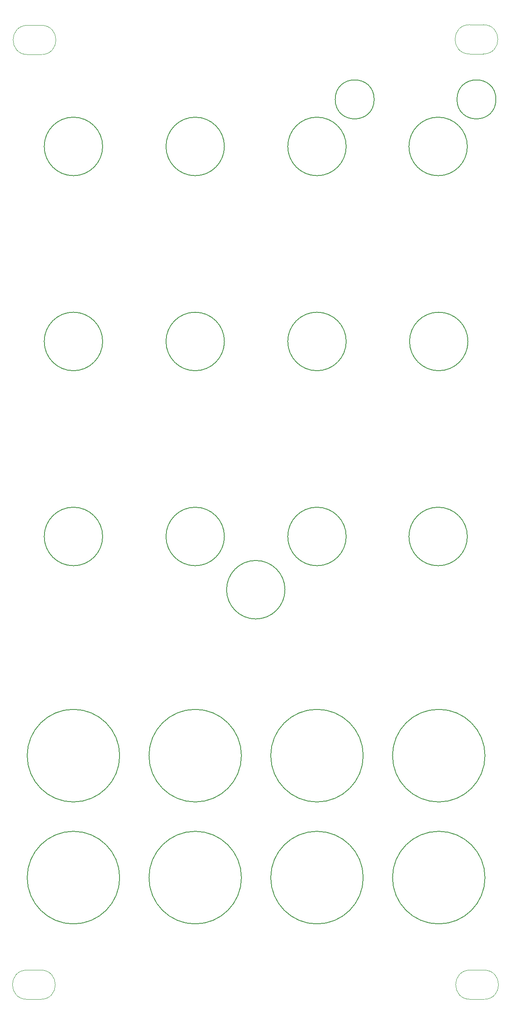
<source format=gbr>
%TF.GenerationSoftware,KiCad,Pcbnew,(5.1.9)-1*%
%TF.CreationDate,2021-09-12T18:44:50+01:00*%
%TF.ProjectId,Function Generator Front Panel,46756e63-7469-46f6-9e20-47656e657261,rev?*%
%TF.SameCoordinates,Original*%
%TF.FileFunction,Other,Comment*%
%FSLAX46Y46*%
G04 Gerber Fmt 4.6, Leading zero omitted, Abs format (unit mm)*
G04 Created by KiCad (PCBNEW (5.1.9)-1) date 2021-09-12 18:44:50*
%MOMM*%
%LPD*%
G01*
G04 APERTURE LIST*
%ADD10C,0.120000*%
%ADD11C,0.150000*%
G04 APERTURE END LIST*
D10*
%TO.C,H1*%
X120904000Y-7541000D02*
X123704000Y-7541000D01*
X120904000Y-13541000D02*
X123704000Y-13541000D01*
X123704000Y-7541000D02*
G75*
G02*
X123704000Y-13541000I0J-3000000D01*
G01*
X120904000Y-13541000D02*
G75*
G02*
X120904000Y-7541000I0J3000000D01*
G01*
%TO.C,H2*%
X29972000Y-207470000D02*
X32772000Y-207470000D01*
X29972000Y-201470000D02*
X32772000Y-201470000D01*
X29972000Y-207470000D02*
G75*
G02*
X29972000Y-201470000I0J3000000D01*
G01*
X32772000Y-201470000D02*
G75*
G02*
X32772000Y-207470000I0J-3000000D01*
G01*
%TO.C,H3*%
X121031000Y-201470000D02*
X123831000Y-201470000D01*
X121031000Y-207470000D02*
X123831000Y-207470000D01*
X123831000Y-201470000D02*
G75*
G02*
X123831000Y-207470000I0J-3000000D01*
G01*
X121031000Y-207470000D02*
G75*
G02*
X121031000Y-201470000I0J3000000D01*
G01*
%TO.C,H4*%
X30099000Y-13668000D02*
X32899000Y-13668000D01*
X30099000Y-7668000D02*
X32899000Y-7668000D01*
X30099000Y-13668000D02*
G75*
G02*
X30099000Y-7668000I0J3000000D01*
G01*
X32899000Y-7668000D02*
G75*
G02*
X32899000Y-13668000I0J-3000000D01*
G01*
D11*
%TO.C,H5*%
X48997000Y-157480000D02*
G75*
G03*
X48997000Y-157480000I-9500000J0D01*
G01*
%TO.C,H6*%
X74016000Y-182499000D02*
G75*
G03*
X74016000Y-182499000I-9500000J0D01*
G01*
%TO.C,H7*%
X74016000Y-157480000D02*
G75*
G03*
X74016000Y-157480000I-9500000J0D01*
G01*
%TO.C,H8*%
X48997000Y-182499000D02*
G75*
G03*
X48997000Y-182499000I-9500000J0D01*
G01*
%TO.C,H9*%
X124054000Y-182499000D02*
G75*
G03*
X124054000Y-182499000I-9500000J0D01*
G01*
%TO.C,H10*%
X124054000Y-157480000D02*
G75*
G03*
X124054000Y-157480000I-9500000J0D01*
G01*
%TO.C,H11*%
X99035000Y-182499000D02*
G75*
G03*
X99035000Y-182499000I-9500000J0D01*
G01*
%TO.C,H12*%
X99035000Y-157480000D02*
G75*
G03*
X99035000Y-157480000I-9500000J0D01*
G01*
%TO.C,H13*%
X95535000Y-112522000D02*
G75*
G03*
X95535000Y-112522000I-6000000J0D01*
G01*
%TO.C,H14*%
X70516000Y-72517000D02*
G75*
G03*
X70516000Y-72517000I-6000000J0D01*
G01*
%TO.C,H15*%
X95535000Y-72517000D02*
G75*
G03*
X95535000Y-72517000I-6000000J0D01*
G01*
%TO.C,H16*%
X45497000Y-32512000D02*
G75*
G03*
X45497000Y-32512000I-6000000J0D01*
G01*
%TO.C,H17*%
X45497000Y-112522000D02*
G75*
G03*
X45497000Y-112522000I-6000000J0D01*
G01*
%TO.C,H18*%
X120427000Y-112522000D02*
G75*
G03*
X120427000Y-112522000I-6000000J0D01*
G01*
%TO.C,H19*%
X120427000Y-32512000D02*
G75*
G03*
X120427000Y-32512000I-6000000J0D01*
G01*
%TO.C,H20*%
X70516000Y-32512000D02*
G75*
G03*
X70516000Y-32512000I-6000000J0D01*
G01*
%TO.C,H21*%
X45497000Y-72517000D02*
G75*
G03*
X45497000Y-72517000I-6000000J0D01*
G01*
%TO.C,H22*%
X120554000Y-72517000D02*
G75*
G03*
X120554000Y-72517000I-6000000J0D01*
G01*
%TO.C,H23*%
X126301000Y-22860000D02*
G75*
G03*
X126301000Y-22860000I-4000000J0D01*
G01*
%TO.C,H24*%
X101282000Y-22860000D02*
G75*
G03*
X101282000Y-22860000I-4000000J0D01*
G01*
%TO.C,H25*%
X82962000Y-123444000D02*
G75*
G03*
X82962000Y-123444000I-6000000J0D01*
G01*
%TO.C,H26*%
X95535000Y-32512000D02*
G75*
G03*
X95535000Y-32512000I-6000000J0D01*
G01*
%TO.C,H27*%
X70516000Y-112522000D02*
G75*
G03*
X70516000Y-112522000I-6000000J0D01*
G01*
%TD*%
M02*

</source>
